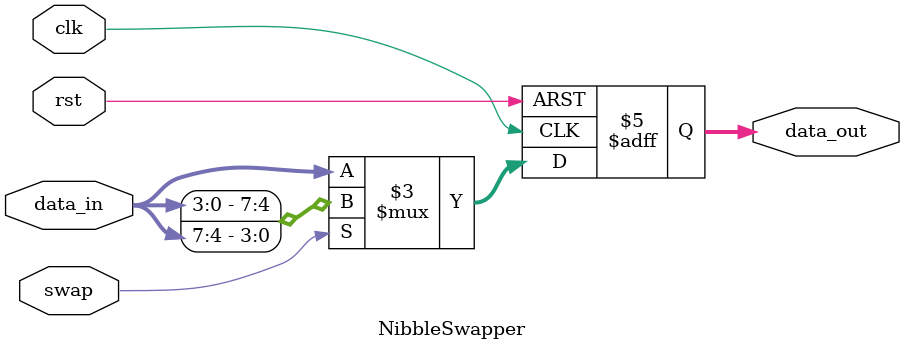
<source format=v>
module NibbleSwapper (
    input  wire       clk,
    input  wire       rst,
    input  wire       swap,
    input  wire [7:0] data_in,
    output reg  [7:0] data_out
);
    always @(posedge clk or posedge rst) begin
        if (rst)
            data_out <= 8'b0;
        else if (swap)
            data_out <= {data_in[3:0], data_in[7:4]};
        else
            data_out <= data_in;
    end
endmodule

</source>
